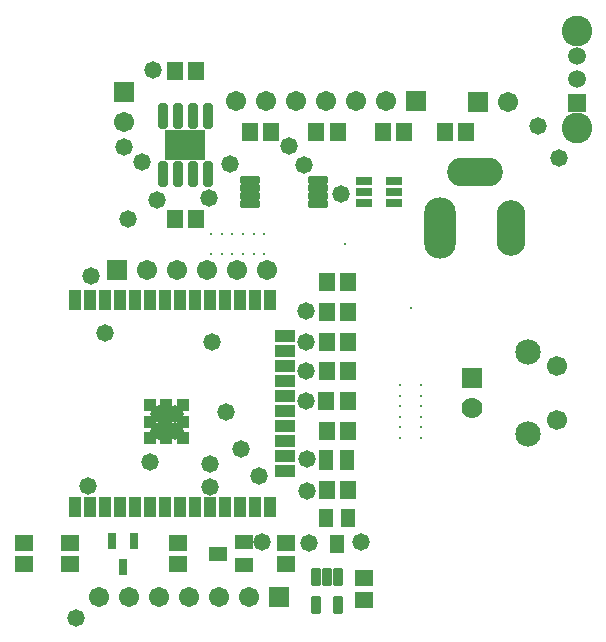
<source format=gts>
G04*
G04 #@! TF.GenerationSoftware,Altium Limited,Altium Designer,20.0.2 (26)*
G04*
G04 Layer_Color=8388736*
%FSLAX25Y25*%
%MOIN*%
G70*
G01*
G75*
%ADD16R,0.06312X0.05524*%
G04:AMPARAMS|DCode=17|XSize=31.62mil|YSize=61.15mil|CornerRadius=5.77mil|HoleSize=0mil|Usage=FLASHONLY|Rotation=180.000|XOffset=0mil|YOffset=0mil|HoleType=Round|Shape=RoundedRectangle|*
%AMROUNDEDRECTD17*
21,1,0.03162,0.04961,0,0,180.0*
21,1,0.02008,0.06115,0,0,180.0*
1,1,0.01154,-0.01004,0.02480*
1,1,0.01154,0.01004,0.02480*
1,1,0.01154,0.01004,-0.02480*
1,1,0.01154,-0.01004,-0.02480*
%
%ADD17ROUNDEDRECTD17*%
%ADD18R,0.05131X0.06509*%
%ADD19R,0.05524X0.06312*%
%ADD20R,0.04343X0.06706*%
%ADD21R,0.06706X0.04343*%
%ADD22R,0.04343X0.04343*%
%ADD23R,0.03162X0.05328*%
%ADD24R,0.06312X0.04737*%
%ADD25R,0.04737X0.06312*%
%ADD26R,0.05564X0.03123*%
G04:AMPARAMS|DCode=27|XSize=69.42mil|YSize=23.75mil|CornerRadius=5.97mil|HoleSize=0mil|Usage=FLASHONLY|Rotation=180.000|XOffset=0mil|YOffset=0mil|HoleType=Round|Shape=RoundedRectangle|*
%AMROUNDEDRECTD27*
21,1,0.06942,0.01181,0,0,180.0*
21,1,0.05748,0.02375,0,0,180.0*
1,1,0.01194,-0.02874,0.00591*
1,1,0.01194,0.02874,0.00591*
1,1,0.01194,0.02874,-0.00591*
1,1,0.01194,-0.02874,-0.00591*
%
%ADD27ROUNDEDRECTD27*%
G04:AMPARAMS|DCode=28|XSize=85.56mil|YSize=31.62mil|CornerRadius=6.95mil|HoleSize=0mil|Usage=FLASHONLY|Rotation=270.000|XOffset=0mil|YOffset=0mil|HoleType=Round|Shape=RoundedRectangle|*
%AMROUNDEDRECTD28*
21,1,0.08556,0.01772,0,0,270.0*
21,1,0.07165,0.03162,0,0,270.0*
1,1,0.01391,-0.00886,-0.03583*
1,1,0.01391,-0.00886,0.03583*
1,1,0.01391,0.00886,0.03583*
1,1,0.01391,0.00886,-0.03583*
%
%ADD28ROUNDEDRECTD28*%
%ADD29R,0.13800X0.10300*%
%ADD30C,0.00800*%
%ADD31C,0.06706*%
%ADD32R,0.06706X0.06706*%
%ADD33R,0.05950X0.05950*%
%ADD34C,0.05950*%
%ADD35C,0.10249*%
%ADD36C,0.07001*%
%ADD37R,0.07001X0.07001*%
%ADD38O,0.18517X0.09658*%
%ADD39O,0.09658X0.18517*%
%ADD40O,0.10642X0.20485*%
%ADD41C,0.06698*%
%ADD42C,0.08477*%
%ADD43R,0.06706X0.06706*%
%ADD44C,0.05800*%
D16*
X162323Y70343D02*
D03*
Y63257D02*
D03*
X136468Y75057D02*
D03*
Y82143D02*
D03*
X100500Y75057D02*
D03*
Y82143D02*
D03*
X49000D02*
D03*
Y75057D02*
D03*
X64500D02*
D03*
Y82143D02*
D03*
D17*
X153840Y70665D02*
D03*
X150100D02*
D03*
X146360D02*
D03*
Y61335D02*
D03*
X153840D02*
D03*
D18*
X149760Y109627D02*
D03*
X156846D02*
D03*
D19*
X149957Y119457D02*
D03*
X157043D02*
D03*
X189257Y219100D02*
D03*
X196343D02*
D03*
X157043Y99836D02*
D03*
X149957D02*
D03*
Y149243D02*
D03*
X157043D02*
D03*
X149957Y169100D02*
D03*
X157043D02*
D03*
X149957Y159171D02*
D03*
X157043D02*
D03*
X149957Y139314D02*
D03*
X157043D02*
D03*
X149857Y129386D02*
D03*
X156943D02*
D03*
X146507Y219100D02*
D03*
X153593D02*
D03*
X124257D02*
D03*
X131343D02*
D03*
X168757D02*
D03*
X175843D02*
D03*
X106343Y190100D02*
D03*
X99257D02*
D03*
X99257Y239600D02*
D03*
X106343D02*
D03*
D20*
X66118Y94045D02*
D03*
X71118D02*
D03*
X76118D02*
D03*
X81118D02*
D03*
X86118D02*
D03*
X91118D02*
D03*
X96118D02*
D03*
X101118D02*
D03*
X106118D02*
D03*
X111118D02*
D03*
X116118D02*
D03*
X121118D02*
D03*
X126118D02*
D03*
X131118D02*
D03*
Y162943D02*
D03*
X126118D02*
D03*
X121118D02*
D03*
X116118D02*
D03*
X111118D02*
D03*
X106118D02*
D03*
X101118D02*
D03*
X96118D02*
D03*
X91118D02*
D03*
X86118D02*
D03*
X81118D02*
D03*
X76118D02*
D03*
X71118D02*
D03*
X66118D02*
D03*
D21*
X136039Y150994D02*
D03*
Y145994D02*
D03*
Y140994D02*
D03*
Y135994D02*
D03*
Y130994D02*
D03*
Y125994D02*
D03*
Y120994D02*
D03*
Y115994D02*
D03*
Y110994D02*
D03*
Y105994D02*
D03*
D22*
X96512Y122588D02*
D03*
Y128100D02*
D03*
X102024D02*
D03*
Y122588D02*
D03*
Y117076D02*
D03*
X96512D02*
D03*
X91000D02*
D03*
Y122588D02*
D03*
Y128100D02*
D03*
D23*
X82000Y73940D02*
D03*
X78260Y82798D02*
D03*
X85740D02*
D03*
D24*
X113669Y78600D02*
D03*
X122331Y82340D02*
D03*
Y74860D02*
D03*
D25*
X153400Y81873D02*
D03*
X149660Y90534D02*
D03*
X157140D02*
D03*
D26*
X162359Y202840D02*
D03*
Y199100D02*
D03*
Y195360D02*
D03*
X172241D02*
D03*
Y202840D02*
D03*
Y199100D02*
D03*
D27*
X124461Y195261D02*
D03*
Y197820D02*
D03*
Y200379D02*
D03*
Y202939D02*
D03*
X147139D02*
D03*
Y200379D02*
D03*
Y197820D02*
D03*
Y195261D02*
D03*
D28*
X110300Y224600D02*
D03*
X105300D02*
D03*
X100300D02*
D03*
X95300D02*
D03*
Y205112D02*
D03*
X100300D02*
D03*
X105300D02*
D03*
X110300D02*
D03*
D29*
X102800Y214856D02*
D03*
D30*
X177900Y160600D02*
D03*
X156000Y181900D02*
D03*
X111383Y185100D02*
D03*
X114927D02*
D03*
X118470D02*
D03*
X122013D02*
D03*
X125557D02*
D03*
X129100D02*
D03*
X174500Y117070D02*
D03*
Y120613D02*
D03*
Y124157D02*
D03*
Y127700D02*
D03*
Y131243D02*
D03*
Y134787D02*
D03*
X181200Y117070D02*
D03*
Y120613D02*
D03*
Y124157D02*
D03*
Y127700D02*
D03*
Y131243D02*
D03*
Y134787D02*
D03*
X129100Y178600D02*
D03*
X125557D02*
D03*
X122013D02*
D03*
X118470D02*
D03*
X114927D02*
D03*
X111383D02*
D03*
D31*
X114000Y64100D02*
D03*
X124000D02*
D03*
X104000D02*
D03*
X94000D02*
D03*
X84000D02*
D03*
X74000D02*
D03*
X210300Y229100D02*
D03*
X119800Y229600D02*
D03*
X129800D02*
D03*
X139800D02*
D03*
X149800D02*
D03*
X169800D02*
D03*
X159800D02*
D03*
X90100Y173100D02*
D03*
X100100D02*
D03*
X110100D02*
D03*
X120100D02*
D03*
X130100D02*
D03*
X82300Y222600D02*
D03*
D32*
X134000Y64100D02*
D03*
X200300Y229100D02*
D03*
X179800Y229600D02*
D03*
X80100Y173100D02*
D03*
D33*
X233300Y228852D02*
D03*
D34*
Y236726D02*
D03*
Y244600D02*
D03*
D35*
Y252868D02*
D03*
Y220584D02*
D03*
D36*
X198367Y127179D02*
D03*
D37*
Y137021D02*
D03*
D38*
X199489Y205604D02*
D03*
D39*
X211300Y187100D02*
D03*
D40*
X187678D02*
D03*
D41*
X226800Y123242D02*
D03*
Y140958D02*
D03*
D42*
X216997Y145899D02*
D03*
Y118301D02*
D03*
D43*
X82300Y232600D02*
D03*
D44*
X143900Y82000D02*
D03*
X161500Y82400D02*
D03*
X92100Y239800D02*
D03*
X127400Y104400D02*
D03*
X143500Y110000D02*
D03*
Y99600D02*
D03*
X111800Y149200D02*
D03*
X116250Y125850D02*
D03*
X91000Y109000D02*
D03*
X111100Y108300D02*
D03*
Y100700D02*
D03*
X142900Y129400D02*
D03*
Y139400D02*
D03*
Y149200D02*
D03*
Y159300D02*
D03*
X110800Y197100D02*
D03*
X88300Y209100D02*
D03*
X66500Y57100D02*
D03*
X220300Y221100D02*
D03*
X227300Y210600D02*
D03*
X71500Y171100D02*
D03*
X137300Y214600D02*
D03*
X82300Y214100D02*
D03*
X93300Y196600D02*
D03*
X83800Y190100D02*
D03*
X142300Y208100D02*
D03*
X117800Y208600D02*
D03*
X99500Y125100D02*
D03*
Y119600D02*
D03*
X94000D02*
D03*
Y125100D02*
D03*
X128500Y82600D02*
D03*
X70500Y101100D02*
D03*
X154800Y198600D02*
D03*
X121500Y113600D02*
D03*
X76000Y152100D02*
D03*
M02*

</source>
